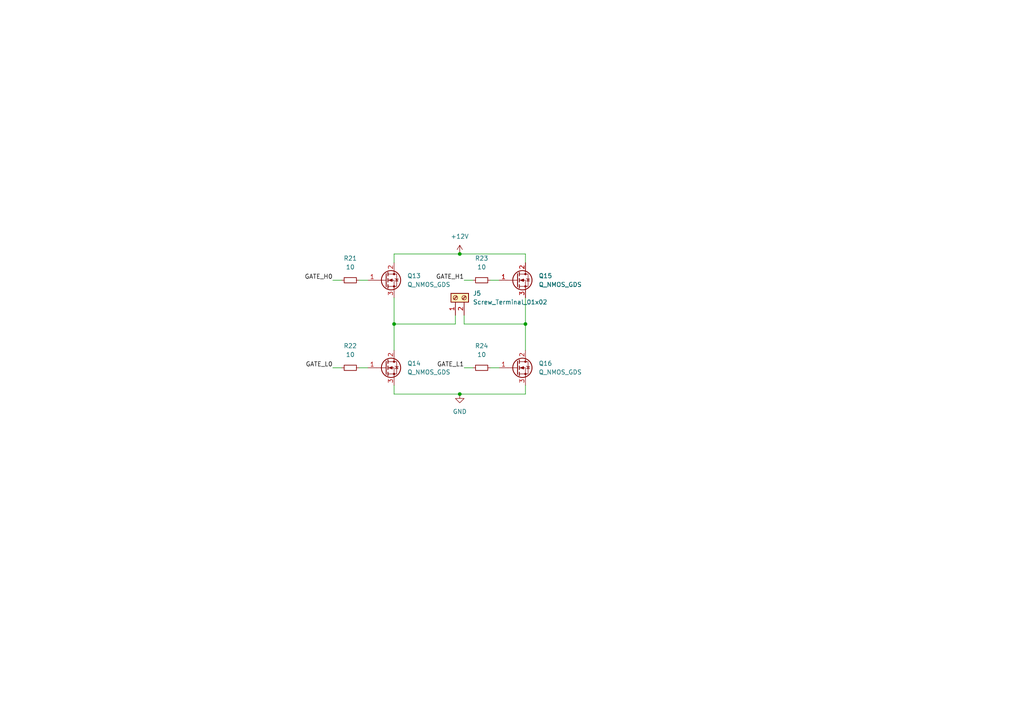
<source format=kicad_sch>
(kicad_sch (version 20211123) (generator eeschema)
  (paper "A4")
  (lib_symbols
    (symbol "Connector:Screw_Terminal_01x02" (pin_names (offset 1.016) hide)
      (property "Reference" "J" (at 0 2.54 0))
      (property "Value" "Screw_Terminal_01x02" (at 0 -5.08 0))
      (symbol "Screw_Terminal_01x02_1_1"
        (rectangle (start -1.27 1.27) (end 1.27 -3.81) (stroke (width 0.254)) (fill (type background)))
        (circle (center 0 -2.54) (radius 0.635) (stroke (width 0.1524)))
        (polyline (pts (xy -0.5334 -2.2098) (xy 0.3302 -3.048)) (stroke (width 0.1524)))
        (polyline (pts (xy -0.5334 0.3302) (xy 0.3302 -0.508)) (stroke (width 0.1524)))
        (polyline (pts (xy -0.3556 -2.032) (xy 0.508 -2.8702)) (stroke (width 0.1524)))
        (polyline (pts (xy -0.3556 0.508) (xy 0.508 -0.3302)) (stroke (width 0.1524)))
        (circle (center 0 0) (radius 0.635) (stroke (width 0.1524)))
        (pin passive line (at -5.08 0 0) (length 3.81) (name "Pin_1") (number "1"))
        (pin passive line (at -5.08 -2.54 0) (length 3.81) (name "Pin_2") (number "2"))
      )
    )
    (symbol "Device:Q_NMOS_GDS" (pin_names (offset 0) hide)
      (property "Reference" "Q" (at 5.08 1.27 0))
      (property "Value" "Q_NMOS_GDS" (at 5.08 -1.27 0))
      (symbol "Q_NMOS_GDS_0_1"
        (polyline (pts (xy 0.254 0) (xy -2.54 0)))
        (polyline (pts (xy 0.254 1.905) (xy 0.254 -1.905)) (stroke (width 0.254)))
        (polyline (pts (xy 0.762 -1.27) (xy 0.762 -2.286)) (stroke (width 0.254)))
        (polyline (pts (xy 0.762 0.508) (xy 0.762 -0.508)) (stroke (width 0.254)))
        (polyline (pts (xy 0.762 2.286) (xy 0.762 1.27)) (stroke (width 0.254)))
        (polyline (pts (xy 2.54 2.54) (xy 2.54 1.778)))
        (polyline (pts (xy 2.54 -2.54) (xy 2.54 0) (xy 0.762 0)))
        (polyline (pts (xy 0.762 -1.778) (xy 3.302 -1.778) (xy 3.302 1.778) (xy 0.762 1.778)))
        (polyline (pts (xy 1.016 0) (xy 2.032 0.381) (xy 2.032 -0.381) (xy 1.016 0)) (fill (type outline)))
        (polyline (pts (xy 2.794 0.508) (xy 2.921 0.381) (xy 3.683 0.381) (xy 3.81 0.254)))
        (polyline (pts (xy 3.302 0.381) (xy 2.921 -0.254) (xy 3.683 -0.254) (xy 3.302 0.381)))
        (circle (center 1.651 0) (radius 2.794) (stroke (width 0.254)))
        (circle (center 2.54 -1.778) (radius 0.254) (fill (type outline)))
        (circle (center 2.54 1.778) (radius 0.254) (fill (type outline)))
      )
      (symbol "Q_NMOS_GDS_1_1"
        (pin input line (at -5.08 0 0) (length 2.54) (name "G") (number "1"))
        (pin passive line (at 2.54 5.08 270) (length 2.54) (name "D") (number "2"))
        (pin passive line (at 2.54 -5.08 90) (length 2.54) (name "S") (number "3"))
      )
    )
    (symbol "Device:R_Small" (pin_numbers hide) (pin_names (offset 0.254) hide)
      (property "Reference" "R" (at 0.762 0.508 0))
      (property "Value" "R_Small" (at 0.762 -1.016 0))
      (symbol "R_Small_0_1"
        (rectangle (start -0.762 1.778) (end 0.762 -1.778) (stroke (width 0.2032)))
      )
      (symbol "R_Small_1_1"
        (pin passive line (at 0 2.54 270) (length 0.762) (name "~") (number "1"))
        (pin passive line (at 0 -2.54 90) (length 0.762) (name "~") (number "2"))
      )
    )
    (symbol "power:+12V" (power) (pin_names (offset 0))
      (property "Value" "+12V" (at 0 3.556 0))
      (symbol "+12V_0_1"
        (polyline (pts (xy -0.762 1.27) (xy 0 2.54)))
        (polyline (pts (xy 0 0) (xy 0 2.54)))
        (polyline (pts (xy 0 2.54) (xy 0.762 1.27)))
      )
      (symbol "+12V_1_1"
        (pin power_in line (at 0 0 90) (length 0) hide (name "+12V") (number "1"))
      )
    )
    (symbol "power:GND" (power) (pin_names (offset 0))
      (property "Value" "GND" (at 0 -3.81 0))
      (symbol "GND_0_1"
        (polyline (pts (xy 0 0) (xy 0 -1.27) (xy 1.27 -1.27) (xy 0 -2.54) (xy -1.27 -1.27) (xy 0 -1.27)))
      )
      (symbol "GND_1_1"
        (pin power_in line (at 0 0 270) (length 0) hide (name "GND") (number "1"))
      )
    )
  )
  (junction (at 133.35 73.66))
  (junction (at 114.3 93.98))
  (junction (at 152.4 93.98))
  (junction (at 133.35 114.3))
  (wire (pts (xy 114.3 73.66) (xy 133.35 73.66)))
  (wire (pts (xy 114.3 114.3) (xy 133.35 114.3)))
  (wire (pts (xy 114.3 93.98) (xy 132.08 93.98)))
  (wire (pts (xy 114.3 86.36) (xy 114.3 93.98)))
  (wire (pts (xy 134.62 106.68) (xy 137.16 106.68)))
  (wire (pts (xy 133.35 114.3) (xy 152.4 114.3)))
  (wire (pts (xy 132.08 93.98) (xy 132.08 91.44)))
  (wire (pts (xy 104.14 106.68) (xy 106.68 106.68)))
  (wire (pts (xy 152.4 86.36) (xy 152.4 93.98)))
  (wire (pts (xy 114.3 111.76) (xy 114.3 114.3)))
  (wire (pts (xy 114.3 76.2) (xy 114.3 73.66)))
  (wire (pts (xy 142.24 81.28) (xy 144.78 81.28)))
  (wire (pts (xy 134.62 81.28) (xy 137.16 81.28)))
  (wire (pts (xy 152.4 73.66) (xy 152.4 76.2)))
  (wire (pts (xy 134.62 91.44) (xy 134.62 93.98)))
  (wire (pts (xy 104.14 81.28) (xy 106.68 81.28)))
  (wire (pts (xy 152.4 93.98) (xy 152.4 101.6)))
  (wire (pts (xy 133.35 73.66) (xy 152.4 73.66)))
  (wire (pts (xy 142.24 106.68) (xy 144.78 106.68)))
  (wire (pts (xy 96.52 106.68) (xy 99.06 106.68)))
  (wire (pts (xy 114.3 93.98) (xy 114.3 101.6)))
  (wire (pts (xy 134.62 93.98) (xy 152.4 93.98)))
  (wire (pts (xy 152.4 114.3) (xy 152.4 111.76)))
  (wire (pts (xy 96.52 81.28) (xy 99.06 81.28)))
  (label "GATE_L0" (at 96.52 106.68 180))
  (label "GATE_H1" (at 134.62 81.28 180))
  (label "GATE_L1" (at 134.62 106.68 180))
  (label "GATE_H0" (at 96.52 81.28 180))
  (symbol (lib_id "Device:R_Small") (at 139.7 106.68 90) (unit 1)
    (property "Reference" "R24" (at 139.7 100.33 90))
    (property "Value" "10" (at 139.7 102.87 90))
    (property "Footprint" "Resistor_SMD:R_0603_1608Metric" (effects hide))
  )
  (symbol (lib_id "power:GND") (at 133.35 114.3 0) (unit 1)
    (property "Reference" "#PWR045" (effects hide))
    (property "Value" "GND" (at 133.35 119.38 0))
  )
  (symbol (lib_id "Device:R_Small") (at 139.7 81.28 90) (unit 1)
    (property "Reference" "R23" (at 139.7 74.93 90))
    (property "Value" "10" (at 139.7 77.47 90))
    (property "Footprint" "Resistor_SMD:R_0603_1608Metric" (effects hide))
  )
  (symbol (lib_id "Device:Q_NMOS_GDS") (at 149.86 81.28 0) (unit 1)
    (property "Reference" "Q15" (at 156.21 80.0099 0) (effects (justify left)))
    (property "Value" "Q_NMOS_GDS" (at 156.21 82.5499 0) (effects (justify left)))
    (property "Footprint" "Package_TO_SOT_SMD:SOT-23" (effects hide))
  )
  (symbol (lib_id "Device:R_Small") (at 101.6 81.28 90) (unit 1)
    (property "Reference" "R21" (at 101.6 74.93 90))
    (property "Value" "10" (at 101.6 77.47 90))
    (property "Footprint" "Resistor_SMD:R_0603_1608Metric" (effects hide))
  )
  (symbol (lib_id "power:+12V") (at 133.35 73.66 0) (unit 1)
    (property "Reference" "#PWR044" (effects hide))
    (property "Value" "+12V" (at 133.35 68.58 0))
  )
  (symbol (lib_id "Device:Q_NMOS_GDS") (at 111.76 106.68 0) (unit 1)
    (property "Reference" "Q14" (at 118.11 105.4099 0) (effects (justify left)))
    (property "Value" "Q_NMOS_GDS" (at 118.11 107.9499 0) (effects (justify left)))
    (property "Footprint" "Package_TO_SOT_SMD:SOT-23" (effects hide))
  )
  (symbol (lib_id "Device:R_Small") (at 101.6 106.68 90) (unit 1)
    (property "Reference" "R22" (at 101.6 100.33 90))
    (property "Value" "10" (at 101.6 102.87 90))
    (property "Footprint" "Resistor_SMD:R_0603_1608Metric" (effects hide))
  )
  (symbol (lib_id "Device:Q_NMOS_GDS") (at 111.76 81.28 0) (unit 1)
    (property "Reference" "Q13" (at 118.11 80.0099 0) (effects (justify left)))
    (property "Value" "Q_NMOS_GDS" (at 118.11 82.5499 0) (effects (justify left)))
    (property "Footprint" "Package_TO_SOT_SMD:SOT-23" (effects hide))
  )
  (symbol (lib_id "Connector:Screw_Terminal_01x02") (at 132.08 86.36 90) (unit 1)
    (property "Reference" "J5" (at 137.16 85.0899 90) (effects (justify right)))
    (property "Value" "Screw_Terminal_01x02" (at 137.16 87.6299 90) (effects (justify right)))
    (property "Footprint" "Connector_Wire:SolderWire-2.5sqmm_1x02_P8.8mm_D2.4mm_OD4.4mm" (effects hide))
  )
  (symbol (lib_id "Device:Q_NMOS_GDS") (at 149.86 106.68 0) (unit 1)
    (property "Reference" "Q16" (at 156.21 105.4099 0) (effects (justify left)))
    (property "Value" "Q_NMOS_GDS" (at 156.21 107.9499 0) (effects (justify left)))
    (property "Footprint" "Package_TO_SOT_SMD:SOT-23" (effects hide))
  )
)
</source>
